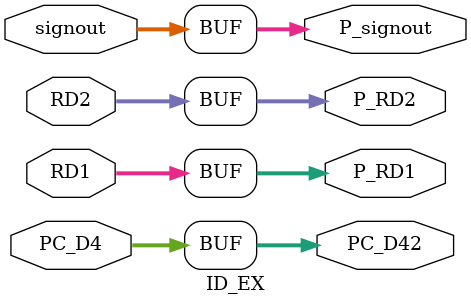
<source format=v>
module ID_EX(PC_D4, RD1, RD2, signout, PC_D42, P_RD1, P_RD2, P_signout);

    input [31:0] PC_D4;
    input [31:0] RD1;
    input [31:0] RD2;
    input [31:0] signout;
    output reg [31:0] PC_D42;
    output reg [31:0] P_RD1;
    output reg [31:0] P_RD2;
    output reg [31:0] P_signout;

    always @(*) begin
        PC_D42 <= PC_D4;
        P_RD1 <= RD1;
        P_RD2 <= RD2;
        P_signout <= signout;
    end


endmodule
</source>
